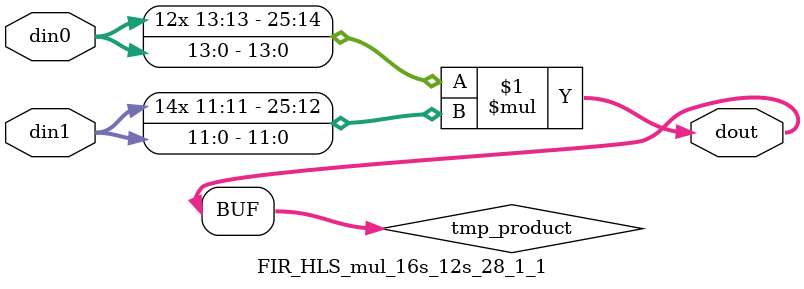
<source format=v>

`timescale 1 ns / 1 ps

 module FIR_HLS_mul_16s_12s_28_1_1(din0, din1, dout);
parameter ID = 1;
parameter NUM_STAGE = 0;
parameter din0_WIDTH = 14;
parameter din1_WIDTH = 12;
parameter dout_WIDTH = 26;

input [din0_WIDTH - 1 : 0] din0; 
input [din1_WIDTH - 1 : 0] din1; 
output [dout_WIDTH - 1 : 0] dout;

wire signed [dout_WIDTH - 1 : 0] tmp_product;



























assign tmp_product = $signed(din0) * $signed(din1);








assign dout = tmp_product;





















endmodule

</source>
